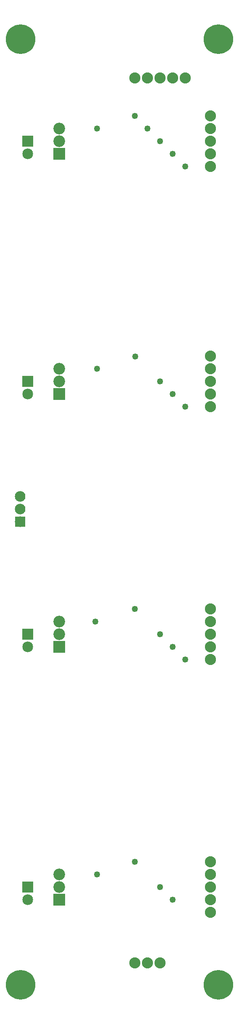
<source format=gbs>
G04 MADE WITH FRITZING*
G04 WWW.FRITZING.ORG*
G04 DOUBLE SIDED*
G04 HOLES PLATED*
G04 CONTOUR ON CENTER OF CONTOUR VECTOR*
%ASAXBY*%
%FSLAX23Y23*%
%MOIN*%
%OFA0B0*%
%SFA1.0B1.0*%
%ADD10C,0.088000*%
%ADD11C,0.049370*%
%ADD12C,0.085000*%
%ADD13C,0.234409*%
%ADD14C,0.092000*%
%ADD15C,0.084000*%
%ADD16R,0.085000X0.085000*%
%ADD17R,0.092000X0.092000*%
%ADD18R,0.084000X0.084000*%
%LNMASK0*%
G90*
G70*
G54D10*
X1708Y1171D03*
X1708Y1071D03*
X1708Y971D03*
X1708Y871D03*
X1708Y771D03*
X1708Y3171D03*
X1708Y3071D03*
X1708Y2971D03*
X1708Y2871D03*
X1708Y2771D03*
X1708Y5171D03*
X1708Y5071D03*
X1708Y4971D03*
X1708Y4871D03*
X1708Y4771D03*
X1108Y7371D03*
X1208Y7371D03*
X1308Y7371D03*
X1408Y7371D03*
X1508Y7371D03*
X1708Y7071D03*
X1708Y6971D03*
X1708Y6871D03*
X1708Y6771D03*
X1708Y6671D03*
G54D11*
X1208Y6971D03*
X1508Y6671D03*
X1408Y6771D03*
X1308Y6871D03*
X1508Y4771D03*
X1408Y4871D03*
X1308Y4971D03*
X808Y5071D03*
X1112Y5167D03*
X1108Y7071D03*
X808Y6971D03*
G54D12*
X258Y971D03*
X258Y871D03*
X258Y2971D03*
X258Y2871D03*
X258Y4971D03*
X258Y4871D03*
X258Y6871D03*
X258Y6771D03*
G54D13*
X1773Y7678D03*
X202Y7677D03*
X202Y197D03*
X1773Y197D03*
G54D14*
X508Y871D03*
X508Y971D03*
X508Y1071D03*
X508Y2871D03*
X508Y2971D03*
X508Y3071D03*
X508Y4871D03*
X508Y4971D03*
X508Y5071D03*
X508Y6771D03*
X508Y6871D03*
X508Y6971D03*
G54D15*
X198Y3861D03*
X198Y3961D03*
X198Y4061D03*
G54D10*
X1308Y371D03*
X1208Y371D03*
X1108Y371D03*
G54D11*
X1508Y2771D03*
X1408Y2871D03*
X1308Y2971D03*
X1108Y3171D03*
X797Y3071D03*
X1108Y1171D03*
X1308Y971D03*
X1408Y871D03*
X808Y1071D03*
G54D16*
X258Y971D03*
X258Y2971D03*
X258Y4971D03*
X258Y6871D03*
G54D17*
X508Y871D03*
X508Y2871D03*
X508Y4871D03*
X508Y6771D03*
G54D18*
X198Y3861D03*
G04 End of Mask0*
M02*
</source>
